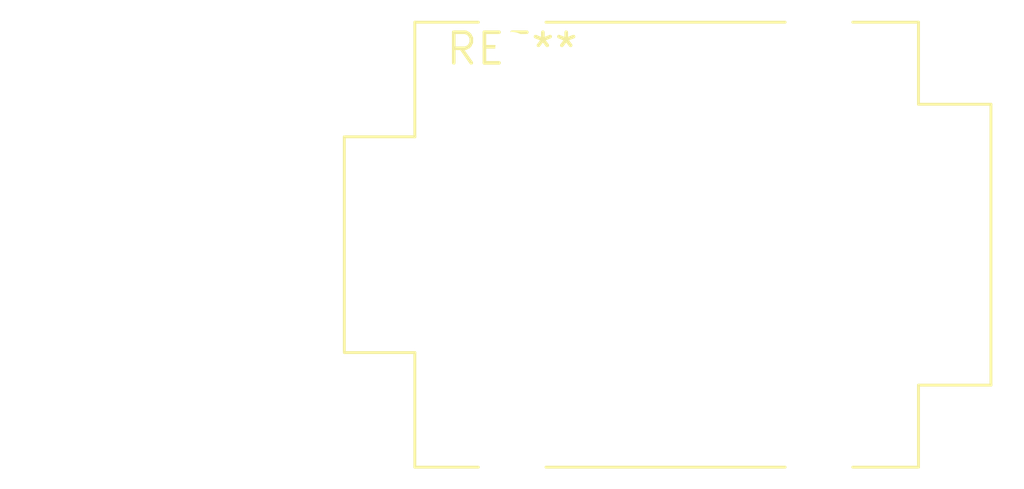
<source format=kicad_pcb>
(kicad_pcb (version 20240108) (generator pcbnew)
  (layers (0 "F.Cu" signal) (31 "B.Cu" signal) (34 "B.Paste" user) (35 "F.Paste" user) (36 "B.SilkS" user "B.Silkscreen") (37 "F.SilkS" user "F.Silkscreen") (38 "B.Mask" user) (39 "F.Mask" user) (44 "Edge.Cuts" user))
  (net 0 "")
  (footprint "Jack_6.35mm_Neutrik_NMJ4HCD2_Horizontal" (layer "F.Cu") (at 0 0)
    (property "Reference" "REF**")
    (property "Value" "Jack_6.35mm_Neutrik_NMJ4HCD2_Horizontal")
    (fp_line (start -6.95 3.645) (end -4.03 3.645) (layer "F.SilkS") (stroke (width 0.12)))
    (fp_line (start -6.95 12.545) (end -6.95 3.645) (layer "F.SilkS") (stroke (width 0.12)))
    (fp_line (start -6.95 12.585) (end -4.03 12.585) (layer "F.SilkS") (stroke (width 0.12)))
    (fp_line (start -4.03 -1.105) (end -1.4 -1.105) (layer "F.SilkS") (stroke (width 0.12)))
    (fp_line (start -4.03 3.645) (end -4.03 -1.105) (layer "F.SilkS") (stroke (width 0.12)))
    (fp_line (start -4.03 17.335) (end -4.03 12.585) (layer "F.SilkS") (stroke (width 0.12)))
    (fp_line (start -1.4 17.335) (end -4.03 17.335) (layer "F.SilkS") (stroke (width 0.12)))
    (fp_line (start 1.4 -1.105) (end 11.3 -1.105) (layer "F.SilkS") (stroke (width 0.12)))
    (fp_line (start 11.3 17.335) (end 1.4 17.335) (layer "F.SilkS") (stroke (width 0.12)))
    (fp_line (start 16.82 -1.105) (end 14.1 -1.105) (layer "F.SilkS") (stroke (width 0.12)))
    (fp_line (start 16.82 2.295) (end 16.82 -1.105) (layer "F.SilkS") (stroke (width 0.12)))
    (fp_line (start 16.82 2.295) (end 19.82 2.295) (layer "F.SilkS") (stroke (width 0.12)))
    (fp_line (start 16.82 13.935) (end 19.82 13.935) (layer "F.SilkS") (stroke (width 0.12)))
    (fp_line (start 16.82 17.335) (end 14.1 17.335) (layer "F.SilkS") (stroke (width 0.12)))
    (fp_line (start 16.82 17.335) (end 16.82 13.935) (layer "F.SilkS") (stroke (width 0.12)))
    (fp_line (start 19.82 13.935) (end 19.82 2.295) (layer "F.SilkS") (stroke (width 0.12)))
    (pad "S" thru_hole circle (at 12.7 0) (size 3 3) (drill 1.4) (layers *.Cu *.Mask) (remove_unused_layers))
    (pad "SN" thru_hole circle (at 12.7 16.23) (size 3 3) (drill 1.4) (layers *.Cu *.Mask) (remove_unused_layers))
    (pad "T" thru_hole circle (at 0 0) (size 3 3) (drill 1.4) (layers *.Cu *.Mask) (remove_unused_layers))
    (pad "TN" thru_hole circle (at 0 16.23) (size 3 3) (drill 1.4) (layers *.Cu *.Mask) (remove_unused_layers))
  )
)
</source>
